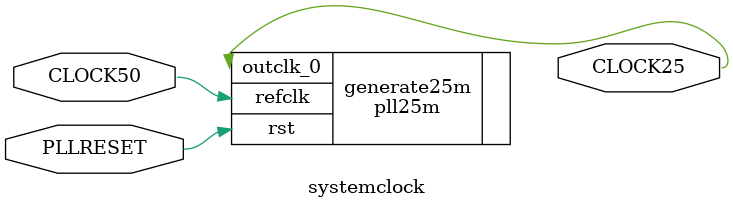
<source format=v>

module systemclock(

	input CLOCK50,		//50MHz reference clock
	input PLLRESET,	//reset pin for PLL
	output CLOCK25		//output 25MHz clock
	
);

pll25m generate25m(

	.refclk (CLOCK50),   //  refclk.clk
	.rst (PLLRESET),     //   reset.reset
	.outclk_0 (CLOCK25)  // outclk0.clk
	

);
endmodule 
</source>
